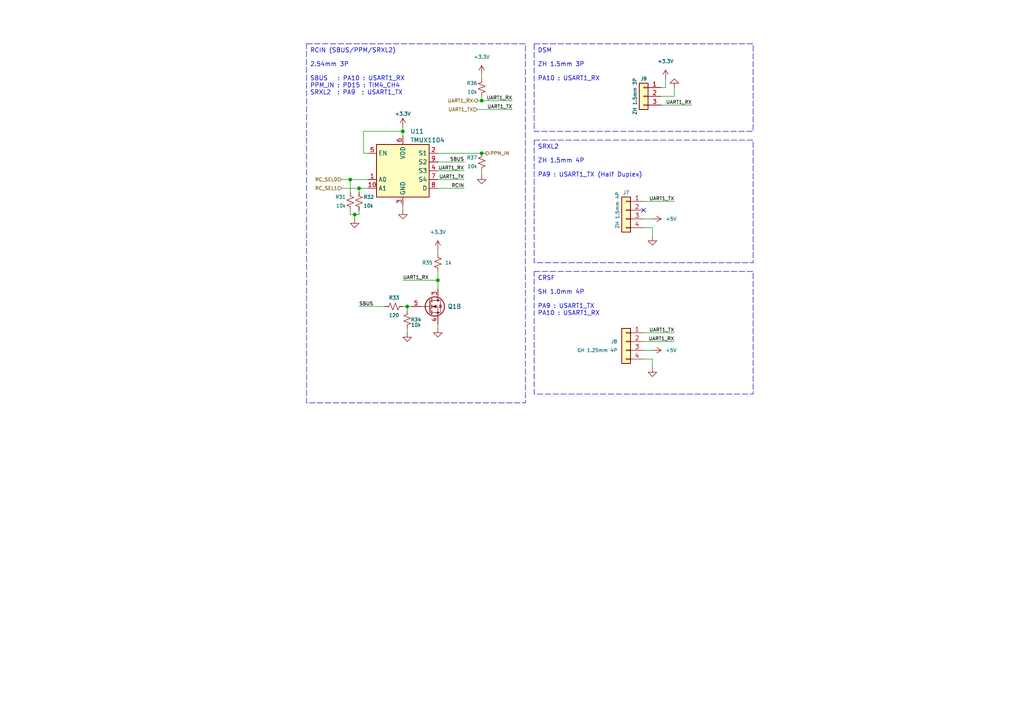
<source format=kicad_sch>
(kicad_sch (version 20250114) (generator "eeschema") (generator_version "9.0")
  (paper "A4")
  (title_block (title "STM32 Flight Controller") (date "2025-06-23") (rev "2.0.0 (WIP)") (company "NARAE") (comment 1 "INHA Univ. Areo-modelling Club") (comment 2 "2024 Winter UAV Project ") (comment 3 "Reversion 2"))
  (lib_symbols
    (symbol "Connector_Generic:Conn_01x03" (pin_names (offset 1.016) (hide yes))
      (property "Reference" "J" (at 0 5.08 0))
      (property "Value" "Conn_01x03" (at 0 -5.08 0))
      (symbol "Conn_01x03_1_1"
        (rectangle (start -1.27 3.81) (end 1.27 -3.81) (stroke (width 0.254)) (fill (type background)))
        (rectangle (start -1.27 2.667) (end 0 2.413) (stroke (width 0.1524)))
        (rectangle (start -1.27 0.127) (end 0 -0.127) (stroke (width 0.1524)))
        (rectangle (start -1.27 -2.413) (end 0 -2.667) (stroke (width 0.1524)))
        (pin passive line (at -5.08 2.54 0) (length 3.81) (name "Pin_1") (number "1"))
        (pin passive line (at -5.08 0 0) (length 3.81) (name "Pin_2") (number "2"))
        (pin passive line (at -5.08 -2.54 0) (length 3.81) (name "Pin_3") (number "3"))
      )
    )
    (symbol "Connector_Generic:Conn_01x04" (pin_names (offset 1.016) (hide yes))
      (property "Reference" "J" (at 0 5.08 0))
      (property "Value" "Conn_01x04" (at 0 -7.62 0))
      (symbol "Conn_01x04_1_1"
        (rectangle (start -1.27 3.81) (end 1.27 -6.35) (stroke (width 0.254)) (fill (type background)))
        (rectangle (start -1.27 2.667) (end 0 2.413) (stroke (width 0.1524)))
        (rectangle (start -1.27 0.127) (end 0 -0.127) (stroke (width 0.1524)))
        (rectangle (start -1.27 -2.413) (end 0 -2.667) (stroke (width 0.1524)))
        (rectangle (start -1.27 -4.953) (end 0 -5.207) (stroke (width 0.1524)))
        (pin passive line (at -5.08 2.54 0) (length 3.81) (name "Pin_1") (number "1"))
        (pin passive line (at -5.08 0 0) (length 3.81) (name "Pin_2") (number "2"))
        (pin passive line (at -5.08 -2.54 0) (length 3.81) (name "Pin_3") (number "3"))
        (pin passive line (at -5.08 -5.08 0) (length 3.81) (name "Pin_4") (number "4"))
      )
    )
    (symbol "Device:R_Small_US" (pin_numbers (hide yes)) (pin_names (offset 0.254) (hide yes))
      (property "Reference" "R" (at 0.762 0.508 0))
      (property "Value" "R_Small_US" (at 0.762 -1.016 0))
      (symbol "R_Small_US_1_1"
        (polyline (pts (xy 0 1.524) (xy 1.016 1.143) (xy 0 0.762) (xy -1.016 0.381) (xy 0 0)))
        (polyline (pts (xy 0 0) (xy 1.016 -0.381) (xy 0 -0.762) (xy -1.016 -1.143) (xy 0 -1.524)))
        (pin passive line (at 0 2.54 270) (length 1.016) (name "~") (number "1"))
        (pin passive line (at 0 -2.54 90) (length 1.016) (name "~") (number "2"))
      )
    )
    (symbol "Nexperia_PMD:PMDPB30XN" (pin_names (offset 0) (hide yes))
      (property "Reference" "Q" (at 5.08 1.905 0))
      (property "Value" "PMDPB30XN" (at 5.08 0 0))
      (symbol "PMDPB30XN_0_1"
        (polyline (pts (xy 0.254 1.905) (xy 0.254 -1.905)) (stroke (width 0.254)))
        (polyline (pts (xy 0.254 0) (xy -2.54 0)))
        (polyline (pts (xy 0.762 2.286) (xy 0.762 1.27)) (stroke (width 0.254)))
        (polyline (pts (xy 0.762 0.508) (xy 0.762 -0.508)) (stroke (width 0.254)))
        (polyline (pts (xy 0.762 -1.27) (xy 0.762 -2.286)) (stroke (width 0.254)))
        (polyline (pts (xy 0.762 -1.778) (xy 3.302 -1.778) (xy 3.302 1.778) (xy 0.762 1.778)))
        (polyline (pts (xy 1.016 0) (xy 2.032 0.381) (xy 2.032 -0.381) (xy 1.016 0)) (fill (type outline)))
        (circle (center 1.651 0) (radius 2.794) (stroke (width 0.254)))
        (polyline (pts (xy 2.54 2.54) (xy 2.54 1.778)))
        (circle (center 2.54 1.778) (radius 0.254) (fill (type outline)))
        (circle (center 2.54 -1.778) (radius 0.254) (fill (type outline)))
        (polyline (pts (xy 2.54 -2.54) (xy 2.54 0) (xy 0.762 0)))
        (polyline (pts (xy 2.921 0.381) (xy 3.683 0.381)))
        (polyline (pts (xy 3.302 0.381) (xy 2.921 -0.254) (xy 3.683 -0.254) (xy 3.302 0.381)))
      )
      (symbol "PMDPB30XN_1_0"
        (pin passive line (at 2.54 5.08 270) (length 2.54) (hide yes) (name "D") (number "7"))
      )
      (symbol "PMDPB30XN_1_1"
        (pin input line (at -5.08 0 0) (length 2.54) (name "G") (number "2"))
        (pin passive line (at 2.54 5.08 270) (length 2.54) (name "D") (number "6"))
        (pin passive line (at 2.54 -5.08 90) (length 2.54) (name "S") (number "1"))
      )
      (symbol "PMDPB30XN_2_0"
        (pin passive line (at 2.54 5.08 270) (length 2.54) (hide yes) (name "D") (number "8"))
      )
      (symbol "PMDPB30XN_2_1"
        (pin input line (at -5.08 0 0) (length 2.54) (name "G") (number "5"))
        (pin passive line (at 2.54 5.08 270) (length 2.54) (name "D") (number "3"))
        (pin passive line (at 2.54 -5.08 90) (length 2.54) (name "S") (number "4"))
      )
    )
    (symbol "TMUX1104:TMUX1104"
      (property "Reference" "U" (at 0 0 0))
      (symbol "TMUX1104_0_1"
        (rectangle (start -7.62 7.62) (end 7.62 -7.62) (stroke (width 0.254)) (fill (type background)))
      )
      (symbol "TMUX1104_1_1"
        (pin input line (at -10.16 5.08 0) (length 2.54) (name "EN") (number "5"))
        (pin input line (at -10.16 -2.54 0) (length 2.54) (name "A0") (number "1"))
        (pin input line (at -10.16 -5.08 0) (length 2.54) (name "A1") (number "10"))
        (pin power_in line (at 0 10.16 270) (length 2.54) (name "VDD") (number "6"))
        (pin power_in line (at 0 -10.16 90) (length 2.54) (name "GND") (number "3"))
        (pin passive line (at 10.16 5.08 180) (length 2.54) (name "S1") (number "2"))
        (pin passive line (at 10.16 2.54 180) (length 2.54) (name "S2") (number "9"))
        (pin passive line (at 10.16 0 180) (length 2.54) (name "S3") (number "4"))
        (pin passive line (at 10.16 -2.54 180) (length 2.54) (name "S4") (number "7"))
        (pin passive line (at 10.16 -5.08 180) (length 2.54) (name "D") (number "8"))
      )
    )
    (symbol "power:+3.3V" (power) (pin_numbers (hide yes)) (pin_names (offset 0) (hide yes))
      (property "Value" "+3.3V" (at 0 3.556 0))
      (symbol "+3.3V_0_1"
        (polyline (pts (xy -0.762 1.27) (xy 0 2.54)))
        (polyline (pts (xy 0 2.54) (xy 0.762 1.27)))
        (polyline (pts (xy 0 0) (xy 0 2.54)))
      )
      (symbol "+3.3V_1_1"
        (pin power_in line (at 0 0 90) (length 0) (name "~") (number "1"))
      )
    )
    (symbol "power:+5V" (power) (pin_numbers (hide yes)) (pin_names (offset 0) (hide yes))
      (property "Value" "+5V" (at 0 3.556 0))
      (symbol "+5V_0_1"
        (polyline (pts (xy -0.762 1.27) (xy 0 2.54)))
        (polyline (pts (xy 0 2.54) (xy 0.762 1.27)))
        (polyline (pts (xy 0 0) (xy 0 2.54)))
      )
      (symbol "+5V_1_1"
        (pin power_in line (at 0 0 90) (length 0) (name "~") (number "1"))
      )
    )
    (symbol "power:GND" (power) (pin_numbers (hide yes)) (pin_names (offset 0) (hide yes))
      (property "Value" "GND" (at 0 -3.81 0))
      (symbol "GND_0_1"
        (polyline (pts (xy 0 0) (xy 0 -1.27) (xy 1.27 -1.27) (xy 0 -2.54) (xy -1.27 -1.27) (xy 0 -1.27)))
      )
      (symbol "GND_1_1"
        (pin power_in line (at 0 0 270) (length 0) (name "~") (number "1"))
      )
    )
  )
  (rectangle (start 154.94 12.7) (end 218.44 38.1) (stroke (width 0) (type dash)))
  (rectangle (start 154.94 78.74) (end 218.44 114.3) (stroke (width 0) (type dash)))
  (rectangle (start 88.9 12.7) (end 152.4 116.84) (stroke (width 0) (type dash)))
  (rectangle (start 154.94 40.64) (end 218.44 76.2) (stroke (width 0) (type dash)))
  (text "CRSF" (at 155.956 81.534 0) (effects (font (size 1.27 1.27)) (justify left bottom)))
  (text "RCIN (SBUS/PPM/SRXL2)" (at 89.916 15.494 0) (effects (font (size 1.27 1.27)) (justify left bottom)))
  (text "ZH 1.5mm 3P\n\nPA10 : USART1_RX" (at 155.956 18.034 0) (effects (font (size 1.27 1.27)) (justify left top)))
  (text "SRXL2" (at 155.956 43.434 0) (effects (font (size 1.27 1.27)) (justify left bottom)))
  (text "2.54mm 3P\n\nSBUS   : PA10 : USART1_RX\nPPM_IN : PD15 : TIM4_CH4\nSRXL2  : PA9  : USART1_TX\n" (at 89.916 18.034 0) (effects (font (size 1.27 1.27)) (justify left top)))
  (text "SH 1.0mm 4P\n\nPA9 : USART1_TX\nPA10 : USART1_RX\n" (at 155.956 84.074 0) (effects (font (size 1.27 1.27)) (justify left top)))
  (text "DSM" (at 155.956 15.494 0) (effects (font (size 1.27 1.27)) (justify left bottom)))
  (text "ZH 1.5mm 4P\n\nPA9 : USART1_TX (Half Duplex)" (at 155.956 45.974 0) (effects (font (size 1.27 1.27)) (justify left top)))
  (junction (at 139.7 44.45))
  (junction (at 139.7 29.21))
  (junction (at 102.87 62.23))
  (junction (at 104.14 54.61))
  (junction (at 101.6 52.07))
  (junction (at 127 81.28))
  (junction (at 116.84 38.1))
  (junction (at 118.11 88.9))
  (no_connect (at 186.69 60.96))
  (wire (pts (xy 118.11 88.9) (xy 119.38 88.9)))
  (wire (pts (xy 101.6 62.23) (xy 102.87 62.23)))
  (wire (pts (xy 106.68 44.45) (xy 105.41 44.45)))
  (wire (pts (xy 127 49.53) (xy 134.62 49.53)))
  (wire (pts (xy 138.43 31.75) (xy 148.59 31.75)))
  (wire (pts (xy 101.6 60.96) (xy 101.6 62.23)))
  (wire (pts (xy 139.7 27.94) (xy 139.7 29.21)))
  (wire (pts (xy 127 81.28) (xy 116.84 81.28)))
  (wire (pts (xy 106.68 52.07) (xy 101.6 52.07)))
  (wire (pts (xy 139.7 49.53) (xy 139.7 50.8)))
  (wire (pts (xy 191.77 27.94) (xy 195.58 27.94)))
  (wire (pts (xy 139.7 44.45) (xy 140.97 44.45)))
  (wire (pts (xy 186.69 101.6) (xy 189.23 101.6)))
  (wire (pts (xy 118.11 88.9) (xy 118.11 90.17)))
  (wire (pts (xy 104.14 54.61) (xy 99.06 54.61)))
  (wire (pts (xy 186.69 96.52) (xy 195.58 96.52)))
  (wire (pts (xy 101.6 52.07) (xy 99.06 52.07)))
  (wire (pts (xy 134.62 46.99) (xy 127 46.99)))
  (wire (pts (xy 127 93.98) (xy 127 95.25)))
  (wire (pts (xy 189.23 66.04) (xy 189.23 68.58)))
  (wire (pts (xy 101.6 52.07) (xy 101.6 55.88)))
  (wire (pts (xy 186.69 58.42) (xy 195.58 58.42)))
  (wire (pts (xy 105.41 38.1) (xy 116.84 38.1)))
  (wire (pts (xy 102.87 62.23) (xy 104.14 62.23)))
  (wire (pts (xy 127 78.74) (xy 127 81.28)))
  (wire (pts (xy 127 52.07) (xy 134.62 52.07)))
  (wire (pts (xy 127 44.45) (xy 139.7 44.45)))
  (wire (pts (xy 186.69 104.14) (xy 189.23 104.14)))
  (wire (pts (xy 105.41 44.45) (xy 105.41 38.1)))
  (wire (pts (xy 193.04 25.4) (xy 191.77 25.4)))
  (wire (pts (xy 104.14 60.96) (xy 104.14 62.23)))
  (wire (pts (xy 118.11 95.25) (xy 118.11 96.52)))
  (wire (pts (xy 139.7 29.21) (xy 148.59 29.21)))
  (wire (pts (xy 102.87 62.23) (xy 102.87 63.5)))
  (wire (pts (xy 186.69 99.06) (xy 195.58 99.06)))
  (wire (pts (xy 116.84 88.9) (xy 118.11 88.9)))
  (wire (pts (xy 189.23 104.14) (xy 189.23 106.68)))
  (wire (pts (xy 127 72.39) (xy 127 73.66)))
  (wire (pts (xy 116.84 59.69) (xy 116.84 60.96)))
  (wire (pts (xy 139.7 21.59) (xy 139.7 22.86)))
  (wire (pts (xy 104.14 54.61) (xy 104.14 55.88)))
  (wire (pts (xy 127 81.28) (xy 127 83.82)))
  (wire (pts (xy 111.76 88.9) (xy 104.14 88.9)))
  (wire (pts (xy 186.69 63.5) (xy 189.23 63.5)))
  (wire (pts (xy 195.58 27.94) (xy 195.58 25.4)))
  (wire (pts (xy 116.84 38.1) (xy 116.84 39.37)))
  (wire (pts (xy 138.43 29.21) (xy 139.7 29.21)))
  (wire (pts (xy 116.84 36.83) (xy 116.84 38.1)))
  (wire (pts (xy 106.68 54.61) (xy 104.14 54.61)))
  (wire (pts (xy 134.62 54.61) (xy 127 54.61)))
  (wire (pts (xy 193.04 22.86) (xy 193.04 25.4)))
  (wire (pts (xy 191.77 30.48) (xy 200.66 30.48)))
  (wire (pts (xy 186.69 66.04) (xy 189.23 66.04)))
  (label "UART1_RX" (at 116.84 81.28 0) (effects (font (size 1 1))))
  (label "SBUS" (at 134.62 46.99 180) (effects (font (size 1 1))))
  (label "UART1_RX" (at 148.59 29.21 180) (effects (font (size 1 1))))
  (label "SBUS" (at 104.14 88.9 0) (effects (font (size 1 1))))
  (label "UART1_RX" (at 195.58 99.06 180) (effects (font (size 1 1))))
  (label "UART1_TX" (at 148.59 31.75 180) (effects (font (size 1 1))))
  (label "UART1_TX" (at 195.58 58.42 180) (effects (font (size 1 1))))
  (label "UART1_RX" (at 200.66 30.48 180) (effects (font (size 1 1))))
  (label "UART1_TX" (at 195.58 96.52 180) (effects (font (size 1 1))))
  (label "UART1_RX" (at 134.62 49.53 180) (effects (font (size 1 1))))
  (label "RCIN" (at 134.62 54.61 180) (effects (font (size 1 1))))
  (label "UART1_TX" (at 134.62 52.07 180) (effects (font (size 1 1))))
  (hierarchical_label "RC_SEL0" (shape input) (at 99.06 52.07 180) (effects (font (size 1 1))))
  (hierarchical_label "UART1_RX" (shape output) (at 138.43 29.21 180) (effects (font (size 1 1))))
  (hierarchical_label "UART1_TX" (shape input) (at 138.43 31.75 180) (effects (font (size 1 1))))
  (hierarchical_label "RC_SEL1" (shape input) (at 99.06 54.61 180) (effects (font (size 1 1))))
  (hierarchical_label "PPM_IN" (shape output) (at 140.97 44.45 0) (effects (font (size 1 1))))
  (symbol (lib_id "power:+5V") (at 189.23 101.6 270) (unit 1)
    (property "Reference" "#PWR098" (effects (hide yes)))
    (property "Value" "+5V" (at 193.04 101.5999 90) (effects (font (size 1 1)) (justify left)))
    (property "Description" "Power symbol creates a global label with name \"+5V\"" (effects (hide yes)))
  )
  (symbol (lib_id "Device:R_Small_US") (at 118.11 92.71 0) (mirror y) (unit 1)
    (property "Reference" "R34" (at 120.65 92.71 0) (effects (font (size 1 1))))
    (property "Value" "10k" (at 120.65 94.234 0) (effects (font (size 1 1))))
    (property "Footprint" "Resistor_SMD:R_0402_1005Metric" (effects (hide yes)))
    (property "Description" "Resistor, small US symbol" (effects (hide yes)))
    (property "LCSC" "C25531" (effects (hide yes)))
  )
  (symbol (lib_id "power:+3.3V") (at 193.04 22.86 0) (unit 1)
    (property "Reference" "#PWR048" (effects (hide yes)))
    (property "Value" "+3.3V" (at 193.04 17.78 0) (effects (font (size 1 1))))
    (property "Description" "Power symbol creates a global label with name \"+3.3V\"" (effects (hide yes)))
  )
  (symbol (lib_id "power:+3.3V") (at 127 72.39 0) (unit 1)
    (property "Reference" "#PWR049" (effects (hide yes)))
    (property "Value" "+3.3V" (at 127 67.31 0) (effects (font (size 1 1))))
    (property "Description" "Power symbol creates a global label with name \"+3.3V\"" (effects (hide yes)))
  )
  (symbol (lib_id "Device:R_Small_US") (at 139.7 25.4 0) (mirror y) (unit 1)
    (property "Reference" "R36" (at 138.43 24.13 0) (effects (font (size 1 1)) (justify left)))
    (property "Value" "10k" (at 138.43 26.67 0) (effects (font (size 1 1)) (justify left)))
    (property "Footprint" "Resistor_SMD:R_0402_1005Metric" (effects (hide yes)))
    (property "Description" "Resistor, small US symbol" (effects (hide yes)))
    (property "LCSC" "C25531" (effects (hide yes)))
  )
  (symbol (lib_id "power:GND") (at 118.11 96.52 0) (unit 1)
    (property "Reference" "#PWR091" (effects (hide yes)))
    (property "Value" "GND" (effects (hide yes)))
    (property "Description" "Power symbol creates a global label with name \"GND\" , ground" (effects (hide yes)))
  )
  (symbol (lib_id "Device:R_Small_US") (at 139.7 46.99 0) (mirror y) (unit 1)
    (property "Reference" "R37" (at 138.43 45.72 0) (effects (font (size 1 1)) (justify left)))
    (property "Value" "10k" (at 138.43 48.26 0) (effects (font (size 1 1)) (justify left)))
    (property "Footprint" "Resistor_SMD:R_0402_1005Metric" (effects (hide yes)))
    (property "Description" "Resistor, small US symbol" (effects (hide yes)))
    (property "LCSC" "C25531" (effects (hide yes)))
  )
  (symbol (lib_id "Device:R_Small_US") (at 101.6 58.42 0) (unit 1)
    (property "Reference" "R31" (at 100.33 57.15 0) (effects (font (size 1 1)) (justify right)))
    (property "Value" "10k" (at 100.33 59.69 0) (effects (font (size 1 1)) (justify right)))
    (property "Footprint" "Resistor_SMD:R_0402_1005Metric" (effects (hide yes)))
    (property "Description" "Resistor, small US symbol" (effects (hide yes)))
    (property "LCSC" "C25531" (effects (hide yes)))
  )
  (symbol (lib_id "Connector_Generic:Conn_01x04") (at 181.61 60.96 0) (mirror y) (unit 1)
    (property "Reference" "J7" (at 181.61 55.88 0) (effects (font (size 1 1))))
    (property "Value" "ZH 1.5mm 4P" (at 179.07 60.96 90) (effects (font (size 1 1))))
    (property "Footprint" "JST_ZH:JST_ZH_S4B-ZR-SM4A-TF_1x04-1MP_P1.50mm_Horizontal" (effects (hide yes)))
    (property "Description" "Generic connector, single row, 01x04, script generated (kicad-library-utils/schlib/autogen/connector/)" (effects (hide yes)))
    (property "LCSC" "C485354" (effects (hide yes)))
  )
  (symbol (lib_id "power:+3.3V") (at 139.7 21.59 0) (unit 1)
    (property "Reference" "#PWR043" (effects (hide yes)))
    (property "Value" "+3.3V" (at 139.7 16.51 0) (effects (font (size 1 1))))
    (property "Description" "Power symbol creates a global label with name \"+3.3V\"" (effects (hide yes)))
  )
  (symbol (lib_id "power:GND") (at 189.23 68.58 0) (unit 1)
    (property "Reference" "#PWR097" (effects (hide yes)))
    (property "Value" "GND" (effects (hide yes)))
    (property "Description" "Power symbol creates a global label with name \"GND\" , ground" (effects (hide yes)))
  )
  (symbol (lib_id "Connector_Generic:Conn_01x04") (at 181.61 99.06 0) (mirror y) (unit 1)
    (property "Reference" "J8" (at 179.07 99.06 0) (effects (font (size 1 1)) (justify left)))
    (property "Value" "GH 1.25mm 4P" (at 179.07 101.6 0) (effects (font (size 1 1)) (justify left)))
    (property "Footprint" "JST_GH:JST_GH_SM04B-GHS-TB_04x1.25mm_Angled" (effects (hide yes)))
    (property "Description" "Generic connector, single row, 01x04, script generated (kicad-library-utils/schlib/autogen/connector/)" (effects (hide yes)))
    (property "LCSC" "C189895" (effects (hide yes)))
  )
  (symbol (lib_id "power:GND") (at 139.7 50.8 0) (mirror y) (unit 1)
    (property "Reference" "#PWR095" (effects (hide yes)))
    (property "Value" "GND" (effects (hide yes)))
    (property "Description" "Power symbol creates a global label with name \"GND\" , ground" (effects (hide yes)))
  )
  (symbol (lib_id "power:GND") (at 195.58 25.4 180) (unit 1)
    (property "Reference" "#PWR0101" (effects (hide yes)))
    (property "Value" "GND" (effects (hide yes)))
    (property "Description" "Power symbol creates a global label with name \"GND\" , ground" (effects (hide yes)))
  )
  (symbol (lib_id "Device:R_Small_US") (at 104.14 58.42 0) (unit 1)
    (property "Reference" "R32" (at 105.41 57.15 0) (effects (font (size 1 1)) (justify left)))
    (property "Value" "10k" (at 105.41 59.69 0) (effects (font (size 1 1)) (justify left)))
    (property "Footprint" "Resistor_SMD:R_0402_1005Metric" (effects (hide yes)))
    (property "Description" "Resistor, small US symbol" (effects (hide yes)))
    (property "LCSC" "C25531" (effects (hide yes)))
  )
  (symbol (lib_id "Nexperia_PMD:PMDPB30XN") (at 124.46 88.9 0) (unit 2)
    (property "Reference" "Q1" (at 129.794 88.9 0) (effects (justify left)))
    (property "Value" "PMDPB30XN" (effects (hide yes)))
    (property "Footprint" "Nexperia_SOT1118:Nexperia_SOT1118" (effects (hide yes)))
    (property "Description" "Dual NMOS transistor, 6 pin package" (effects (hide yes)))
    (property "LCSC" "C478009" (effects (hide yes)))
  )
  (symbol (lib_id "power:+3.3V") (at 116.84 36.83 0) (unit 1)
    (property "Reference" "#PWR089" (effects (hide yes)))
    (property "Value" "+3.3V" (at 116.84 33.02 0) (effects (font (size 1 1))))
    (property "Description" "Power symbol creates a global label with name \"+3.3V\"" (effects (hide yes)))
  )
  (symbol (lib_id "power:+5V") (at 189.23 63.5 270) (unit 1)
    (property "Reference" "#PWR096" (effects (hide yes)))
    (property "Value" "+5V" (at 193.04 63.4999 90) (effects (font (size 1 1)) (justify left)))
    (property "Description" "Power symbol creates a global label with name \"+5V\"" (effects (hide yes)))
  )
  (symbol (lib_id "power:GND") (at 189.23 106.68 0) (unit 1)
    (property "Reference" "#PWR099" (effects (hide yes)))
    (property "Value" "GND" (effects (hide yes)))
    (property "Description" "Power symbol creates a global label with name \"GND\" , ground" (effects (hide yes)))
  )
  (symbol (lib_id "Device:R_Small_US") (at 127 76.2 0) (unit 1)
    (property "Reference" "R35" (at 123.952 76.2 0) (effects (font (size 1 1))))
    (property "Value" "1k" (at 130.048 76.2 0) (effects (font (size 1 1))))
    (property "Footprint" "Resistor_SMD:R_0402_1005Metric" (effects (hide yes)))
    (property "Description" "Resistor, small US symbol" (effects (hide yes)))
    (property "LCSC" "C106235" (effects (hide yes)))
  )
  (symbol (lib_id "Connector_Generic:Conn_01x03") (at 186.69 27.94 0) (mirror y) (unit 1)
    (property "Reference" "J9" (at 186.69 22.86 0) (effects (font (size 1 1))))
    (property "Value" "ZH 1.5mm 3P" (at 184.15 27.94 90) (effects (font (size 1 1))))
    (property "Footprint" "JST_ZH:JST_ZH_S3B-ZR-SM4A-TF_1x03-1MP_P1.50mm_Horizontal" (effects (hide yes)))
    (property "Description" "Generic connector, single row, 01x03, script generated (kicad-library-utils/schlib/autogen/connector/)" (effects (hide yes)))
    (property "LCSC" "C72591" (effects (hide yes)))
  )
  (symbol (lib_id "power:GND") (at 102.87 63.5 0) (unit 1)
    (property "Reference" "#PWR088" (effects (hide yes)))
    (property "Value" "GND" (effects (hide yes)))
    (property "Description" "Power symbol creates a global label with name \"GND\" , ground" (effects (hide yes)))
  )
  (symbol (lib_id "Device:R_Small_US") (at 114.3 88.9 90) (unit 1)
    (property "Reference" "R33" (at 114.3 86.36 90) (effects (font (size 1 1))))
    (property "Value" "120" (at 114.3 91.44 90) (effects (font (size 1 1))))
    (property "Footprint" "Resistor_SMD:R_0402_1005Metric" (effects (hide yes)))
    (property "Description" "Resistor, small US symbol" (effects (hide yes)))
    (property "LCSC" " C25079" (effects (hide yes)))
  )
  (symbol (lib_id "power:GND") (at 127 95.25 0) (unit 1)
    (property "Reference" "#PWR093" (effects (hide yes)))
    (property "Value" "GND" (effects (hide yes)))
    (property "Description" "Power symbol creates a global label with name \"GND\" , ground" (effects (hide yes)))
  )
  (symbol (lib_id "TMUX1104:TMUX1104") (at 116.84 49.53 0) (unit 1)
    (property "Reference" "U11" (at 118.9833 38.1 0) (effects (justify left)))
    (property "Value" "TMUX1104" (at 118.9833 40.64 0) (effects (justify left)))
    (property "Footprint" "Package_SON:USON-10_2.5x1.0mm_P0.5mm" (effects (hide yes)))
    (property "LCSC" "C2865387" (effects (hide yes)))
  )
  (symbol (lib_id "power:GND") (at 116.84 60.96 0) (unit 1)
    (property "Reference" "#PWR090" (effects (hide yes)))
    (property "Value" "GND" (effects (hide yes)))
    (property "Description" "Power symbol creates a global label with name \"GND\" , ground" (effects (hide yes)))
  )
)
</source>
